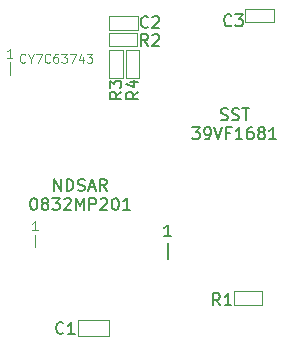
<source format=gbr>
%TF.GenerationSoftware,KiCad,Pcbnew,(6.0.2)*%
%TF.CreationDate,2022-11-02T20:30:41-05:00*%
%TF.ProjectId,REF1845B,52454631-3834-4354-922e-6b696361645f,rev?*%
%TF.SameCoordinates,Original*%
%TF.FileFunction,Legend,Top*%
%TF.FilePolarity,Positive*%
%FSLAX46Y46*%
G04 Gerber Fmt 4.6, Leading zero omitted, Abs format (unit mm)*
G04 Created by KiCad (PCBNEW (6.0.2)) date 2022-11-02 20:30:41*
%MOMM*%
%LPD*%
G01*
G04 APERTURE LIST*
%ADD10C,0.100000*%
%ADD11C,0.150000*%
G04 APERTURE END LIST*
D10*
X140551857Y-98730857D02*
X140516142Y-98766571D01*
X140409000Y-98802285D01*
X140337571Y-98802285D01*
X140230428Y-98766571D01*
X140159000Y-98695142D01*
X140123285Y-98623714D01*
X140087571Y-98480857D01*
X140087571Y-98373714D01*
X140123285Y-98230857D01*
X140159000Y-98159428D01*
X140230428Y-98088000D01*
X140337571Y-98052285D01*
X140409000Y-98052285D01*
X140516142Y-98088000D01*
X140551857Y-98123714D01*
X141016142Y-98445142D02*
X141016142Y-98802285D01*
X140766142Y-98052285D02*
X141016142Y-98445142D01*
X141266142Y-98052285D01*
X141444714Y-98052285D02*
X141944714Y-98052285D01*
X141623285Y-98802285D01*
X142659000Y-98730857D02*
X142623285Y-98766571D01*
X142516142Y-98802285D01*
X142444714Y-98802285D01*
X142337571Y-98766571D01*
X142266142Y-98695142D01*
X142230428Y-98623714D01*
X142194714Y-98480857D01*
X142194714Y-98373714D01*
X142230428Y-98230857D01*
X142266142Y-98159428D01*
X142337571Y-98088000D01*
X142444714Y-98052285D01*
X142516142Y-98052285D01*
X142623285Y-98088000D01*
X142659000Y-98123714D01*
X143301857Y-98052285D02*
X143159000Y-98052285D01*
X143087571Y-98088000D01*
X143051857Y-98123714D01*
X142980428Y-98230857D01*
X142944714Y-98373714D01*
X142944714Y-98659428D01*
X142980428Y-98730857D01*
X143016142Y-98766571D01*
X143087571Y-98802285D01*
X143230428Y-98802285D01*
X143301857Y-98766571D01*
X143337571Y-98730857D01*
X143373285Y-98659428D01*
X143373285Y-98480857D01*
X143337571Y-98409428D01*
X143301857Y-98373714D01*
X143230428Y-98338000D01*
X143087571Y-98338000D01*
X143016142Y-98373714D01*
X142980428Y-98409428D01*
X142944714Y-98480857D01*
X143623285Y-98052285D02*
X144087571Y-98052285D01*
X143837571Y-98338000D01*
X143944714Y-98338000D01*
X144016142Y-98373714D01*
X144051857Y-98409428D01*
X144087571Y-98480857D01*
X144087571Y-98659428D01*
X144051857Y-98730857D01*
X144016142Y-98766571D01*
X143944714Y-98802285D01*
X143730428Y-98802285D01*
X143659000Y-98766571D01*
X143623285Y-98730857D01*
X144337571Y-98052285D02*
X144837571Y-98052285D01*
X144516142Y-98802285D01*
X145444714Y-98302285D02*
X145444714Y-98802285D01*
X145266142Y-98016571D02*
X145087571Y-98552285D01*
X145551857Y-98552285D01*
X145766142Y-98052285D02*
X146230428Y-98052285D01*
X145980428Y-98338000D01*
X146087571Y-98338000D01*
X146159000Y-98373714D01*
X146194714Y-98409428D01*
X146230428Y-98480857D01*
X146230428Y-98659428D01*
X146194714Y-98730857D01*
X146159000Y-98766571D01*
X146087571Y-98802285D01*
X145873285Y-98802285D01*
X145801857Y-98766571D01*
X145766142Y-98730857D01*
X139472285Y-98377535D02*
X139043714Y-98377535D01*
X139258000Y-98377535D02*
X139258000Y-97627535D01*
X139186571Y-97734678D01*
X139115142Y-97806107D01*
X139043714Y-97841821D01*
X139258000Y-99835035D02*
X139258000Y-98763607D01*
D11*
X143014523Y-109642380D02*
X143014523Y-108642380D01*
X143585952Y-109642380D01*
X143585952Y-108642380D01*
X144062142Y-109642380D02*
X144062142Y-108642380D01*
X144300238Y-108642380D01*
X144443095Y-108690000D01*
X144538333Y-108785238D01*
X144585952Y-108880476D01*
X144633571Y-109070952D01*
X144633571Y-109213809D01*
X144585952Y-109404285D01*
X144538333Y-109499523D01*
X144443095Y-109594761D01*
X144300238Y-109642380D01*
X144062142Y-109642380D01*
X145014523Y-109594761D02*
X145157380Y-109642380D01*
X145395476Y-109642380D01*
X145490714Y-109594761D01*
X145538333Y-109547142D01*
X145585952Y-109451904D01*
X145585952Y-109356666D01*
X145538333Y-109261428D01*
X145490714Y-109213809D01*
X145395476Y-109166190D01*
X145205000Y-109118571D01*
X145109761Y-109070952D01*
X145062142Y-109023333D01*
X145014523Y-108928095D01*
X145014523Y-108832857D01*
X145062142Y-108737619D01*
X145109761Y-108690000D01*
X145205000Y-108642380D01*
X145443095Y-108642380D01*
X145585952Y-108690000D01*
X145966904Y-109356666D02*
X146443095Y-109356666D01*
X145871666Y-109642380D02*
X146205000Y-108642380D01*
X146538333Y-109642380D01*
X147443095Y-109642380D02*
X147109761Y-109166190D01*
X146871666Y-109642380D02*
X146871666Y-108642380D01*
X147252619Y-108642380D01*
X147347857Y-108690000D01*
X147395476Y-108737619D01*
X147443095Y-108832857D01*
X147443095Y-108975714D01*
X147395476Y-109070952D01*
X147347857Y-109118571D01*
X147252619Y-109166190D01*
X146871666Y-109166190D01*
X141228809Y-110252380D02*
X141324047Y-110252380D01*
X141419285Y-110300000D01*
X141466904Y-110347619D01*
X141514523Y-110442857D01*
X141562142Y-110633333D01*
X141562142Y-110871428D01*
X141514523Y-111061904D01*
X141466904Y-111157142D01*
X141419285Y-111204761D01*
X141324047Y-111252380D01*
X141228809Y-111252380D01*
X141133571Y-111204761D01*
X141085952Y-111157142D01*
X141038333Y-111061904D01*
X140990714Y-110871428D01*
X140990714Y-110633333D01*
X141038333Y-110442857D01*
X141085952Y-110347619D01*
X141133571Y-110300000D01*
X141228809Y-110252380D01*
X142133571Y-110680952D02*
X142038333Y-110633333D01*
X141990714Y-110585714D01*
X141943095Y-110490476D01*
X141943095Y-110442857D01*
X141990714Y-110347619D01*
X142038333Y-110300000D01*
X142133571Y-110252380D01*
X142324047Y-110252380D01*
X142419285Y-110300000D01*
X142466904Y-110347619D01*
X142514523Y-110442857D01*
X142514523Y-110490476D01*
X142466904Y-110585714D01*
X142419285Y-110633333D01*
X142324047Y-110680952D01*
X142133571Y-110680952D01*
X142038333Y-110728571D01*
X141990714Y-110776190D01*
X141943095Y-110871428D01*
X141943095Y-111061904D01*
X141990714Y-111157142D01*
X142038333Y-111204761D01*
X142133571Y-111252380D01*
X142324047Y-111252380D01*
X142419285Y-111204761D01*
X142466904Y-111157142D01*
X142514523Y-111061904D01*
X142514523Y-110871428D01*
X142466904Y-110776190D01*
X142419285Y-110728571D01*
X142324047Y-110680952D01*
X142847857Y-110252380D02*
X143466904Y-110252380D01*
X143133571Y-110633333D01*
X143276428Y-110633333D01*
X143371666Y-110680952D01*
X143419285Y-110728571D01*
X143466904Y-110823809D01*
X143466904Y-111061904D01*
X143419285Y-111157142D01*
X143371666Y-111204761D01*
X143276428Y-111252380D01*
X142990714Y-111252380D01*
X142895476Y-111204761D01*
X142847857Y-111157142D01*
X143847857Y-110347619D02*
X143895476Y-110300000D01*
X143990714Y-110252380D01*
X144228809Y-110252380D01*
X144324047Y-110300000D01*
X144371666Y-110347619D01*
X144419285Y-110442857D01*
X144419285Y-110538095D01*
X144371666Y-110680952D01*
X143800238Y-111252380D01*
X144419285Y-111252380D01*
X144847857Y-111252380D02*
X144847857Y-110252380D01*
X145181190Y-110966666D01*
X145514523Y-110252380D01*
X145514523Y-111252380D01*
X145990714Y-111252380D02*
X145990714Y-110252380D01*
X146371666Y-110252380D01*
X146466904Y-110300000D01*
X146514523Y-110347619D01*
X146562142Y-110442857D01*
X146562142Y-110585714D01*
X146514523Y-110680952D01*
X146466904Y-110728571D01*
X146371666Y-110776190D01*
X145990714Y-110776190D01*
X146943095Y-110347619D02*
X146990714Y-110300000D01*
X147085952Y-110252380D01*
X147324047Y-110252380D01*
X147419285Y-110300000D01*
X147466904Y-110347619D01*
X147514523Y-110442857D01*
X147514523Y-110538095D01*
X147466904Y-110680952D01*
X146895476Y-111252380D01*
X147514523Y-111252380D01*
X148133571Y-110252380D02*
X148228809Y-110252380D01*
X148324047Y-110300000D01*
X148371666Y-110347619D01*
X148419285Y-110442857D01*
X148466904Y-110633333D01*
X148466904Y-110871428D01*
X148419285Y-111061904D01*
X148371666Y-111157142D01*
X148324047Y-111204761D01*
X148228809Y-111252380D01*
X148133571Y-111252380D01*
X148038333Y-111204761D01*
X147990714Y-111157142D01*
X147943095Y-111061904D01*
X147895476Y-110871428D01*
X147895476Y-110633333D01*
X147943095Y-110442857D01*
X147990714Y-110347619D01*
X148038333Y-110300000D01*
X148133571Y-110252380D01*
X149419285Y-111252380D02*
X148847857Y-111252380D01*
X149133571Y-111252380D02*
X149133571Y-110252380D01*
X149038333Y-110395238D01*
X148943095Y-110490476D01*
X148847857Y-110538095D01*
D10*
X141596285Y-112961535D02*
X141167714Y-112961535D01*
X141382000Y-112961535D02*
X141382000Y-112211535D01*
X141310571Y-112318678D01*
X141239142Y-112390107D01*
X141167714Y-112425821D01*
X141382000Y-114419035D02*
X141382000Y-113347607D01*
D11*
X152907714Y-113505380D02*
X152336285Y-113505380D01*
X152622000Y-113505380D02*
X152622000Y-112505380D01*
X152526761Y-112648238D01*
X152431523Y-112743476D01*
X152336285Y-112791095D01*
X152622000Y-115448714D02*
X152622000Y-114020142D01*
X157124142Y-103616761D02*
X157267000Y-103664380D01*
X157505095Y-103664380D01*
X157600333Y-103616761D01*
X157647952Y-103569142D01*
X157695571Y-103473904D01*
X157695571Y-103378666D01*
X157647952Y-103283428D01*
X157600333Y-103235809D01*
X157505095Y-103188190D01*
X157314619Y-103140571D01*
X157219380Y-103092952D01*
X157171761Y-103045333D01*
X157124142Y-102950095D01*
X157124142Y-102854857D01*
X157171761Y-102759619D01*
X157219380Y-102712000D01*
X157314619Y-102664380D01*
X157552714Y-102664380D01*
X157695571Y-102712000D01*
X158076523Y-103616761D02*
X158219380Y-103664380D01*
X158457476Y-103664380D01*
X158552714Y-103616761D01*
X158600333Y-103569142D01*
X158647952Y-103473904D01*
X158647952Y-103378666D01*
X158600333Y-103283428D01*
X158552714Y-103235809D01*
X158457476Y-103188190D01*
X158267000Y-103140571D01*
X158171761Y-103092952D01*
X158124142Y-103045333D01*
X158076523Y-102950095D01*
X158076523Y-102854857D01*
X158124142Y-102759619D01*
X158171761Y-102712000D01*
X158267000Y-102664380D01*
X158505095Y-102664380D01*
X158647952Y-102712000D01*
X158933666Y-102664380D02*
X159505095Y-102664380D01*
X159219380Y-103664380D02*
X159219380Y-102664380D01*
X154695571Y-104274380D02*
X155314619Y-104274380D01*
X154981285Y-104655333D01*
X155124142Y-104655333D01*
X155219380Y-104702952D01*
X155267000Y-104750571D01*
X155314619Y-104845809D01*
X155314619Y-105083904D01*
X155267000Y-105179142D01*
X155219380Y-105226761D01*
X155124142Y-105274380D01*
X154838428Y-105274380D01*
X154743190Y-105226761D01*
X154695571Y-105179142D01*
X155790809Y-105274380D02*
X155981285Y-105274380D01*
X156076523Y-105226761D01*
X156124142Y-105179142D01*
X156219380Y-105036285D01*
X156267000Y-104845809D01*
X156267000Y-104464857D01*
X156219380Y-104369619D01*
X156171761Y-104322000D01*
X156076523Y-104274380D01*
X155886047Y-104274380D01*
X155790809Y-104322000D01*
X155743190Y-104369619D01*
X155695571Y-104464857D01*
X155695571Y-104702952D01*
X155743190Y-104798190D01*
X155790809Y-104845809D01*
X155886047Y-104893428D01*
X156076523Y-104893428D01*
X156171761Y-104845809D01*
X156219380Y-104798190D01*
X156267000Y-104702952D01*
X156552714Y-104274380D02*
X156886047Y-105274380D01*
X157219380Y-104274380D01*
X157886047Y-104750571D02*
X157552714Y-104750571D01*
X157552714Y-105274380D02*
X157552714Y-104274380D01*
X158028904Y-104274380D01*
X158933666Y-105274380D02*
X158362238Y-105274380D01*
X158647952Y-105274380D02*
X158647952Y-104274380D01*
X158552714Y-104417238D01*
X158457476Y-104512476D01*
X158362238Y-104560095D01*
X159790809Y-104274380D02*
X159600333Y-104274380D01*
X159505095Y-104322000D01*
X159457476Y-104369619D01*
X159362238Y-104512476D01*
X159314619Y-104702952D01*
X159314619Y-105083904D01*
X159362238Y-105179142D01*
X159409857Y-105226761D01*
X159505095Y-105274380D01*
X159695571Y-105274380D01*
X159790809Y-105226761D01*
X159838428Y-105179142D01*
X159886047Y-105083904D01*
X159886047Y-104845809D01*
X159838428Y-104750571D01*
X159790809Y-104702952D01*
X159695571Y-104655333D01*
X159505095Y-104655333D01*
X159409857Y-104702952D01*
X159362238Y-104750571D01*
X159314619Y-104845809D01*
X160457476Y-104702952D02*
X160362238Y-104655333D01*
X160314619Y-104607714D01*
X160267000Y-104512476D01*
X160267000Y-104464857D01*
X160314619Y-104369619D01*
X160362238Y-104322000D01*
X160457476Y-104274380D01*
X160647952Y-104274380D01*
X160743190Y-104322000D01*
X160790809Y-104369619D01*
X160838428Y-104464857D01*
X160838428Y-104512476D01*
X160790809Y-104607714D01*
X160743190Y-104655333D01*
X160647952Y-104702952D01*
X160457476Y-104702952D01*
X160362238Y-104750571D01*
X160314619Y-104798190D01*
X160267000Y-104893428D01*
X160267000Y-105083904D01*
X160314619Y-105179142D01*
X160362238Y-105226761D01*
X160457476Y-105274380D01*
X160647952Y-105274380D01*
X160743190Y-105226761D01*
X160790809Y-105179142D01*
X160838428Y-105083904D01*
X160838428Y-104893428D01*
X160790809Y-104798190D01*
X160743190Y-104750571D01*
X160647952Y-104702952D01*
X161790809Y-105274380D02*
X161219380Y-105274380D01*
X161505095Y-105274380D02*
X161505095Y-104274380D01*
X161409857Y-104417238D01*
X161314619Y-104512476D01*
X161219380Y-104560095D01*
D10*
X147652000Y-96031000D02*
X150066000Y-96031000D01*
X150066000Y-96031000D02*
X150066000Y-94861000D01*
X150066000Y-94861000D02*
X147652000Y-94861000D01*
X147652000Y-94861000D02*
X147652000Y-96031000D01*
X158203000Y-119326000D02*
X160617000Y-119326000D01*
X160617000Y-119326000D02*
X160617000Y-118156000D01*
X160617000Y-118156000D02*
X158203000Y-118156000D01*
X158203000Y-118156000D02*
X158203000Y-119326000D01*
X159164000Y-95386000D02*
X161578000Y-95386000D01*
X161578000Y-95386000D02*
X161578000Y-94216000D01*
X161578000Y-94216000D02*
X159164000Y-94216000D01*
X159164000Y-94216000D02*
X159164000Y-95386000D01*
X149054000Y-97694000D02*
X150224000Y-97694000D01*
X150224000Y-97694000D02*
X150224000Y-100108000D01*
X150224000Y-100108000D02*
X149054000Y-100108000D01*
X149054000Y-100108000D02*
X149054000Y-97694000D01*
X145017000Y-121949000D02*
X147653000Y-121949000D01*
X147653000Y-121949000D02*
X147653000Y-120619000D01*
X147653000Y-120619000D02*
X145017000Y-120619000D01*
X145017000Y-120619000D02*
X145017000Y-121949000D01*
X147647000Y-97421000D02*
X150061000Y-97421000D01*
X150061000Y-97421000D02*
X150061000Y-96251000D01*
X150061000Y-96251000D02*
X147647000Y-96251000D01*
X147647000Y-96251000D02*
X147647000Y-97421000D01*
X147632000Y-97691000D02*
X148802000Y-97691000D01*
X148802000Y-97691000D02*
X148802000Y-100105000D01*
X148802000Y-100105000D02*
X147632000Y-100105000D01*
X147632000Y-100105000D02*
X147632000Y-97691000D01*
D11*
%TO.C,C1*%
X143787333Y-121669142D02*
X143739714Y-121716761D01*
X143596857Y-121764380D01*
X143501619Y-121764380D01*
X143358761Y-121716761D01*
X143263523Y-121621523D01*
X143215904Y-121526285D01*
X143168285Y-121335809D01*
X143168285Y-121192952D01*
X143215904Y-121002476D01*
X143263523Y-120907238D01*
X143358761Y-120812000D01*
X143501619Y-120764380D01*
X143596857Y-120764380D01*
X143739714Y-120812000D01*
X143787333Y-120859619D01*
X144739714Y-121764380D02*
X144168285Y-121764380D01*
X144454000Y-121764380D02*
X144454000Y-120764380D01*
X144358761Y-120907238D01*
X144263523Y-121002476D01*
X144168285Y-121050095D01*
%TO.C,R2*%
X150939333Y-97360380D02*
X150606000Y-96884190D01*
X150367904Y-97360380D02*
X150367904Y-96360380D01*
X150748857Y-96360380D01*
X150844095Y-96408000D01*
X150891714Y-96455619D01*
X150939333Y-96550857D01*
X150939333Y-96693714D01*
X150891714Y-96788952D01*
X150844095Y-96836571D01*
X150748857Y-96884190D01*
X150367904Y-96884190D01*
X151320285Y-96455619D02*
X151367904Y-96408000D01*
X151463142Y-96360380D01*
X151701238Y-96360380D01*
X151796476Y-96408000D01*
X151844095Y-96455619D01*
X151891714Y-96550857D01*
X151891714Y-96646095D01*
X151844095Y-96788952D01*
X151272666Y-97360380D01*
X151891714Y-97360380D01*
%TO.C,C2*%
X150948333Y-95757142D02*
X150900714Y-95804761D01*
X150757857Y-95852380D01*
X150662619Y-95852380D01*
X150519761Y-95804761D01*
X150424523Y-95709523D01*
X150376904Y-95614285D01*
X150329285Y-95423809D01*
X150329285Y-95280952D01*
X150376904Y-95090476D01*
X150424523Y-94995238D01*
X150519761Y-94900000D01*
X150662619Y-94852380D01*
X150757857Y-94852380D01*
X150900714Y-94900000D01*
X150948333Y-94947619D01*
X151329285Y-94947619D02*
X151376904Y-94900000D01*
X151472142Y-94852380D01*
X151710238Y-94852380D01*
X151805476Y-94900000D01*
X151853095Y-94947619D01*
X151900714Y-95042857D01*
X151900714Y-95138095D01*
X151853095Y-95280952D01*
X151281666Y-95852380D01*
X151900714Y-95852380D01*
%TO.C,R3*%
X148703380Y-101254666D02*
X148227190Y-101588000D01*
X148703380Y-101826095D02*
X147703380Y-101826095D01*
X147703380Y-101445142D01*
X147751000Y-101349904D01*
X147798619Y-101302285D01*
X147893857Y-101254666D01*
X148036714Y-101254666D01*
X148131952Y-101302285D01*
X148179571Y-101349904D01*
X148227190Y-101445142D01*
X148227190Y-101826095D01*
X147703380Y-100921333D02*
X147703380Y-100302285D01*
X148084333Y-100635619D01*
X148084333Y-100492761D01*
X148131952Y-100397523D01*
X148179571Y-100349904D01*
X148274809Y-100302285D01*
X148512904Y-100302285D01*
X148608142Y-100349904D01*
X148655761Y-100397523D01*
X148703380Y-100492761D01*
X148703380Y-100778476D01*
X148655761Y-100873714D01*
X148608142Y-100921333D01*
%TO.C,C3*%
X158011333Y-95608142D02*
X157963714Y-95655761D01*
X157820857Y-95703380D01*
X157725619Y-95703380D01*
X157582761Y-95655761D01*
X157487523Y-95560523D01*
X157439904Y-95465285D01*
X157392285Y-95274809D01*
X157392285Y-95131952D01*
X157439904Y-94941476D01*
X157487523Y-94846238D01*
X157582761Y-94751000D01*
X157725619Y-94703380D01*
X157820857Y-94703380D01*
X157963714Y-94751000D01*
X158011333Y-94798619D01*
X158344666Y-94703380D02*
X158963714Y-94703380D01*
X158630380Y-95084333D01*
X158773238Y-95084333D01*
X158868476Y-95131952D01*
X158916095Y-95179571D01*
X158963714Y-95274809D01*
X158963714Y-95512904D01*
X158916095Y-95608142D01*
X158868476Y-95655761D01*
X158773238Y-95703380D01*
X158487523Y-95703380D01*
X158392285Y-95655761D01*
X158344666Y-95608142D01*
%TO.C,R4*%
X150126380Y-101254666D02*
X149650190Y-101588000D01*
X150126380Y-101826095D02*
X149126380Y-101826095D01*
X149126380Y-101445142D01*
X149174000Y-101349904D01*
X149221619Y-101302285D01*
X149316857Y-101254666D01*
X149459714Y-101254666D01*
X149554952Y-101302285D01*
X149602571Y-101349904D01*
X149650190Y-101445142D01*
X149650190Y-101826095D01*
X149459714Y-100397523D02*
X150126380Y-100397523D01*
X149078761Y-100635619D02*
X149793047Y-100873714D01*
X149793047Y-100254666D01*
%TO.C,R1*%
X157050333Y-119328380D02*
X156717000Y-118852190D01*
X156478904Y-119328380D02*
X156478904Y-118328380D01*
X156859857Y-118328380D01*
X156955095Y-118376000D01*
X157002714Y-118423619D01*
X157050333Y-118518857D01*
X157050333Y-118661714D01*
X157002714Y-118756952D01*
X156955095Y-118804571D01*
X156859857Y-118852190D01*
X156478904Y-118852190D01*
X158002714Y-119328380D02*
X157431285Y-119328380D01*
X157717000Y-119328380D02*
X157717000Y-118328380D01*
X157621761Y-118471238D01*
X157526523Y-118566476D01*
X157431285Y-118614095D01*
%TD*%
M02*

</source>
